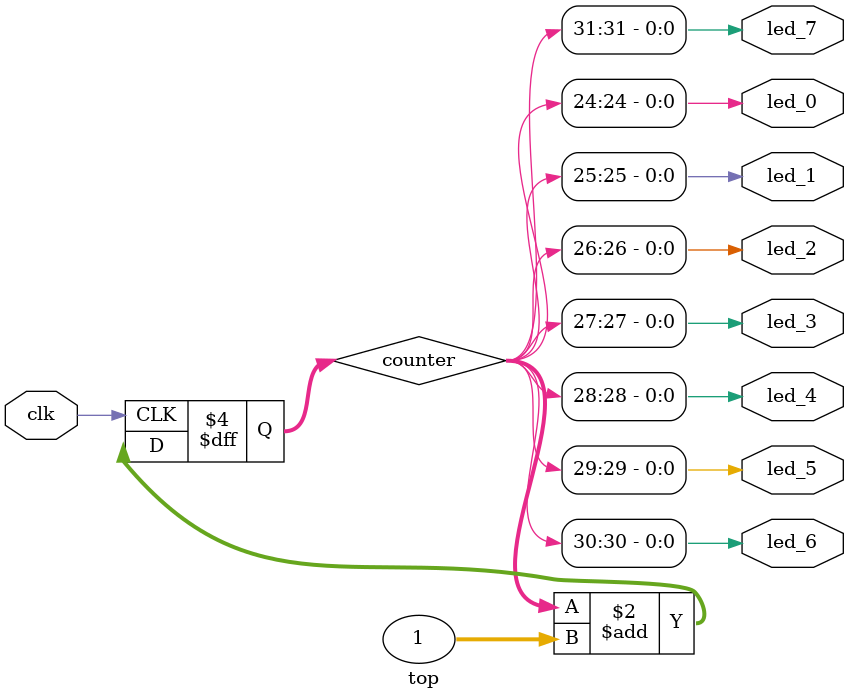
<source format=v>
module top(clk, led_7, led_6, led_5, led_4, led_3, led_2, led_1, led_0);

input clk;
output led_7, led_6, led_5, led_4;
output led_3, led_2, led_1, led_0;

reg [31:0] counter;

always @(posedge clk)
	counter <= counter + 1;

assign {led_7, led_6, led_5, led_4, led_3, led_2, led_1, led_0} = counter >> 24;

endmodule

</source>
